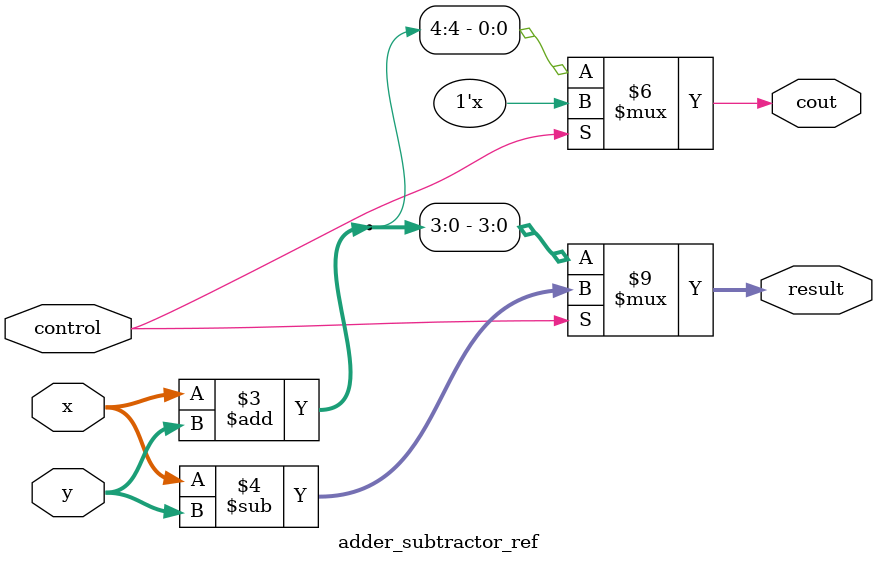
<source format=v>
module adder_subtractor_ref(x,y,control,result,cout);
parameter WIDTH = 4;
input[WIDTH-1:0] x,y;
input control; //if it's 1 subtraction is performed , if it's zero addition is performed 
output reg [WIDTH-1:0] result;
output reg cout;
always @(*) begin
	if(control == 0)
	{cout , result} = x+y;
	else 
	//carry out is meaningless while doing subtraction
	result = x-y;
end
endmodule
</source>
